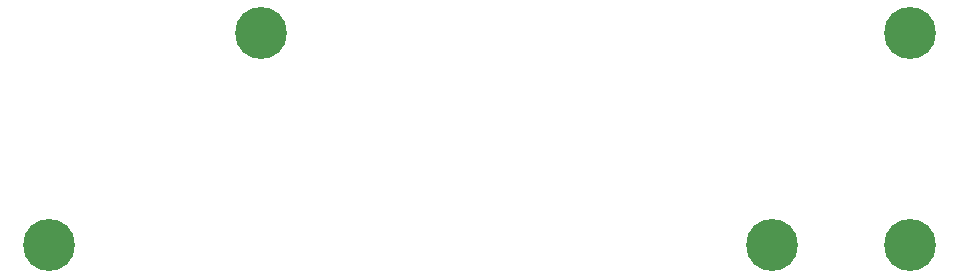
<source format=gbl>
%TF.GenerationSoftware,KiCad,Pcbnew,5.1.2*%
%TF.CreationDate,2019-08-01T18:24:27+02:00*%
%TF.ProjectId,cover,636f7665-722e-46b6-9963-61645f706362,rev?*%
%TF.SameCoordinates,Original*%
%TF.FileFunction,Copper,L2,Bot*%
%TF.FilePolarity,Positive*%
%FSLAX46Y46*%
G04 Gerber Fmt 4.6, Leading zero omitted, Abs format (unit mm)*
G04 Created by KiCad (PCBNEW 5.1.2) date 2019-08-01 18:24:27*
%MOMM*%
%LPD*%
G04 APERTURE LIST*
%ADD10C,4.400000*%
%ADD11C,0.350000*%
G04 APERTURE END LIST*
D10*
X184730000Y-111780000D03*
X111824507Y-111780000D03*
X173095000Y-111760000D03*
X184730000Y-93775000D03*
X129829507Y-93775000D03*
D11*
X184730000Y-111780000D03*
X111824507Y-111780000D03*
X173095000Y-111760000D03*
X184730000Y-93775000D03*
X129829507Y-93775000D03*
M02*

</source>
